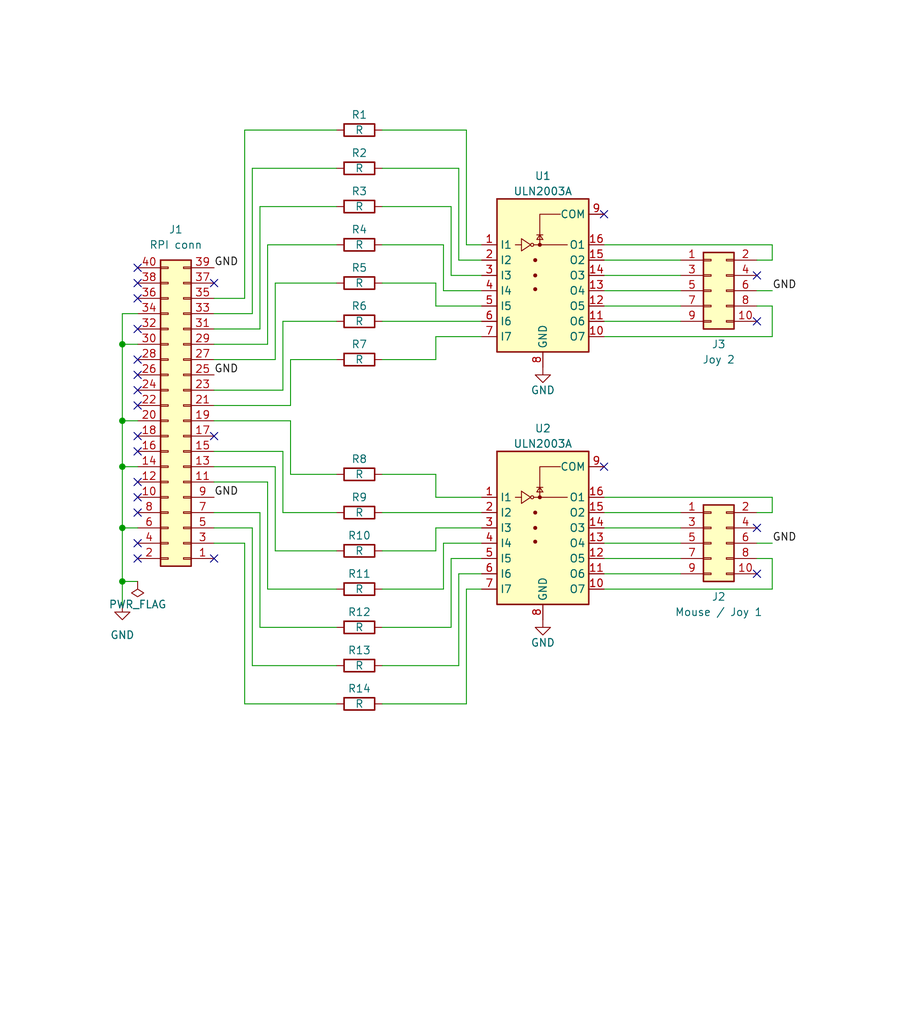
<source format=kicad_sch>
(kicad_sch (version 20211123) (generator eeschema)
  (paper "User" 150.012 170.002)
  (title_block (title "RetroDevEm") (date "2024-05-05") (rev "v2.1"))
  (lib_symbols
    (symbol "Connector_Generic:Conn_02x05_Odd_Even" (pin_names (offset 1.016) hide)
      (property "Reference" "J" (at 1.27 7.62 0))
      (property "Value" "Conn_02x05_Odd_Even" (at 1.27 -7.62 0))
      (symbol "Conn_02x05_Odd_Even_1_1"
        (rectangle (start -1.27 -4.953) (end 0 -5.207) (stroke (width 0.1524)))
        (rectangle (start -1.27 -2.413) (end 0 -2.667) (stroke (width 0.1524)))
        (rectangle (start -1.27 0.127) (end 0 -0.127) (stroke (width 0.1524)))
        (rectangle (start -1.27 2.667) (end 0 2.413) (stroke (width 0.1524)))
        (rectangle (start -1.27 5.207) (end 0 4.953) (stroke (width 0.1524)))
        (rectangle (start -1.27 6.35) (end 3.81 -6.35) (stroke (width 0.254)) (fill (type background)))
        (rectangle (start 3.81 -4.953) (end 2.54 -5.207) (stroke (width 0.1524)))
        (rectangle (start 3.81 -2.413) (end 2.54 -2.667) (stroke (width 0.1524)))
        (rectangle (start 3.81 0.127) (end 2.54 -0.127) (stroke (width 0.1524)))
        (rectangle (start 3.81 2.667) (end 2.54 2.413) (stroke (width 0.1524)))
        (rectangle (start 3.81 5.207) (end 2.54 4.953) (stroke (width 0.1524)))
        (pin passive line (at -5.08 5.08 0) (length 3.81) (name "Pin_1") (number "1"))
        (pin passive line (at 7.62 -5.08 180) (length 3.81) (name "Pin_10") (number "10"))
        (pin passive line (at 7.62 5.08 180) (length 3.81) (name "Pin_2") (number "2"))
        (pin passive line (at -5.08 2.54 0) (length 3.81) (name "Pin_3") (number "3"))
        (pin passive line (at 7.62 2.54 180) (length 3.81) (name "Pin_4") (number "4"))
        (pin passive line (at -5.08 0 0) (length 3.81) (name "Pin_5") (number "5"))
        (pin passive line (at 7.62 0 180) (length 3.81) (name "Pin_6") (number "6"))
        (pin passive line (at -5.08 -2.54 0) (length 3.81) (name "Pin_7") (number "7"))
        (pin passive line (at 7.62 -2.54 180) (length 3.81) (name "Pin_8") (number "8"))
        (pin passive line (at -5.08 -5.08 0) (length 3.81) (name "Pin_9") (number "9"))
      )
    )
    (symbol "Connector_Generic:Conn_02x20_Odd_Even" (pin_names (offset 1.016) hide)
      (property "Reference" "J" (at 1.27 25.4 0))
      (property "Value" "Conn_02x20_Odd_Even" (at 1.27 -27.94 0))
      (symbol "Conn_02x20_Odd_Even_1_1"
        (rectangle (start -1.27 -25.273) (end 0 -25.527) (stroke (width 0.1524)))
        (rectangle (start -1.27 -22.733) (end 0 -22.987) (stroke (width 0.1524)))
        (rectangle (start -1.27 -20.193) (end 0 -20.447) (stroke (width 0.1524)))
        (rectangle (start -1.27 -17.653) (end 0 -17.907) (stroke (width 0.1524)))
        (rectangle (start -1.27 -15.113) (end 0 -15.367) (stroke (width 0.1524)))
        (rectangle (start -1.27 -12.573) (end 0 -12.827) (stroke (width 0.1524)))
        (rectangle (start -1.27 -10.033) (end 0 -10.287) (stroke (width 0.1524)))
        (rectangle (start -1.27 -7.493) (end 0 -7.747) (stroke (width 0.1524)))
        (rectangle (start -1.27 -4.953) (end 0 -5.207) (stroke (width 0.1524)))
        (rectangle (start -1.27 -2.413) (end 0 -2.667) (stroke (width 0.1524)))
        (rectangle (start -1.27 0.127) (end 0 -0.127) (stroke (width 0.1524)))
        (rectangle (start -1.27 2.667) (end 0 2.413) (stroke (width 0.1524)))
        (rectangle (start -1.27 5.207) (end 0 4.953) (stroke (width 0.1524)))
        (rectangle (start -1.27 7.747) (end 0 7.493) (stroke (width 0.1524)))
        (rectangle (start -1.27 10.287) (end 0 10.033) (stroke (width 0.1524)))
        (rectangle (start -1.27 12.827) (end 0 12.573) (stroke (width 0.1524)))
        (rectangle (start -1.27 15.367) (end 0 15.113) (stroke (width 0.1524)))
        (rectangle (start -1.27 17.907) (end 0 17.653) (stroke (width 0.1524)))
        (rectangle (start -1.27 20.447) (end 0 20.193) (stroke (width 0.1524)))
        (rectangle (start -1.27 22.987) (end 0 22.733) (stroke (width 0.1524)))
        (rectangle (start -1.27 24.13) (end 3.81 -26.67) (stroke (width 0.254)) (fill (type background)))
        (rectangle (start 3.81 -25.273) (end 2.54 -25.527) (stroke (width 0.1524)))
        (rectangle (start 3.81 -22.733) (end 2.54 -22.987) (stroke (width 0.1524)))
        (rectangle (start 3.81 -20.193) (end 2.54 -20.447) (stroke (width 0.1524)))
        (rectangle (start 3.81 -17.653) (end 2.54 -17.907) (stroke (width 0.1524)))
        (rectangle (start 3.81 -15.113) (end 2.54 -15.367) (stroke (width 0.1524)))
        (rectangle (start 3.81 -12.573) (end 2.54 -12.827) (stroke (width 0.1524)))
        (rectangle (start 3.81 -10.033) (end 2.54 -10.287) (stroke (width 0.1524)))
        (rectangle (start 3.81 -7.493) (end 2.54 -7.747) (stroke (width 0.1524)))
        (rectangle (start 3.81 -4.953) (end 2.54 -5.207) (stroke (width 0.1524)))
        (rectangle (start 3.81 -2.413) (end 2.54 -2.667) (stroke (width 0.1524)))
        (rectangle (start 3.81 0.127) (end 2.54 -0.127) (stroke (width 0.1524)))
        (rectangle (start 3.81 2.667) (end 2.54 2.413) (stroke (width 0.1524)))
        (rectangle (start 3.81 5.207) (end 2.54 4.953) (stroke (width 0.1524)))
        (rectangle (start 3.81 7.747) (end 2.54 7.493) (stroke (width 0.1524)))
        (rectangle (start 3.81 10.287) (end 2.54 10.033) (stroke (width 0.1524)))
        (rectangle (start 3.81 12.827) (end 2.54 12.573) (stroke (width 0.1524)))
        (rectangle (start 3.81 15.367) (end 2.54 15.113) (stroke (width 0.1524)))
        (rectangle (start 3.81 17.907) (end 2.54 17.653) (stroke (width 0.1524)))
        (rectangle (start 3.81 20.447) (end 2.54 20.193) (stroke (width 0.1524)))
        (rectangle (start 3.81 22.987) (end 2.54 22.733) (stroke (width 0.1524)))
        (pin passive line (at -5.08 22.86 0) (length 3.81) (name "Pin_1") (number "1"))
        (pin passive line (at 7.62 12.7 180) (length 3.81) (name "Pin_10") (number "10"))
        (pin passive line (at -5.08 10.16 0) (length 3.81) (name "Pin_11") (number "11"))
        (pin passive line (at 7.62 10.16 180) (length 3.81) (name "Pin_12") (number "12"))
        (pin passive line (at -5.08 7.62 0) (length 3.81) (name "Pin_13") (number "13"))
        (pin passive line (at 7.62 7.62 180) (length 3.81) (name "Pin_14") (number "14"))
        (pin passive line (at -5.08 5.08 0) (length 3.81) (name "Pin_15") (number "15"))
        (pin passive line (at 7.62 5.08 180) (length 3.81) (name "Pin_16") (number "16"))
        (pin passive line (at -5.08 2.54 0) (length 3.81) (name "Pin_17") (number "17"))
        (pin passive line (at 7.62 2.54 180) (length 3.81) (name "Pin_18") (number "18"))
        (pin passive line (at -5.08 0 0) (length 3.81) (name "Pin_19") (number "19"))
        (pin passive line (at 7.62 22.86 180) (length 3.81) (name "Pin_2") (number "2"))
        (pin passive line (at 7.62 0 180) (length 3.81) (name "Pin_20") (number "20"))
        (pin passive line (at -5.08 -2.54 0) (length 3.81) (name "Pin_21") (number "21"))
        (pin passive line (at 7.62 -2.54 180) (length 3.81) (name "Pin_22") (number "22"))
        (pin passive line (at -5.08 -5.08 0) (length 3.81) (name "Pin_23") (number "23"))
        (pin passive line (at 7.62 -5.08 180) (length 3.81) (name "Pin_24") (number "24"))
        (pin passive line (at -5.08 -7.62 0) (length 3.81) (name "Pin_25") (number "25"))
        (pin passive line (at 7.62 -7.62 180) (length 3.81) (name "Pin_26") (number "26"))
        (pin passive line (at -5.08 -10.16 0) (length 3.81) (name "Pin_27") (number "27"))
        (pin passive line (at 7.62 -10.16 180) (length 3.81) (name "Pin_28") (number "28"))
        (pin passive line (at -5.08 -12.7 0) (length 3.81) (name "Pin_29") (number "29"))
        (pin passive line (at -5.08 20.32 0) (length 3.81) (name "Pin_3") (number "3"))
        (pin passive line (at 7.62 -12.7 180) (length 3.81) (name "Pin_30") (number "30"))
        (pin passive line (at -5.08 -15.24 0) (length 3.81) (name "Pin_31") (number "31"))
        (pin passive line (at 7.62 -15.24 180) (length 3.81) (name "Pin_32") (number "32"))
        (pin passive line (at -5.08 -17.78 0) (length 3.81) (name "Pin_33") (number "33"))
        (pin passive line (at 7.62 -17.78 180) (length 3.81) (name "Pin_34") (number "34"))
        (pin passive line (at -5.08 -20.32 0) (length 3.81) (name "Pin_35") (number "35"))
        (pin passive line (at 7.62 -20.32 180) (length 3.81) (name "Pin_36") (number "36"))
        (pin passive line (at -5.08 -22.86 0) (length 3.81) (name "Pin_37") (number "37"))
        (pin passive line (at 7.62 -22.86 180) (length 3.81) (name "Pin_38") (number "38"))
        (pin passive line (at -5.08 -25.4 0) (length 3.81) (name "Pin_39") (number "39"))
        (pin passive line (at 7.62 20.32 180) (length 3.81) (name "Pin_4") (number "4"))
        (pin passive line (at 7.62 -25.4 180) (length 3.81) (name "Pin_40") (number "40"))
        (pin passive line (at -5.08 17.78 0) (length 3.81) (name "Pin_5") (number "5"))
        (pin passive line (at 7.62 17.78 180) (length 3.81) (name "Pin_6") (number "6"))
        (pin passive line (at -5.08 15.24 0) (length 3.81) (name "Pin_7") (number "7"))
        (pin passive line (at 7.62 15.24 180) (length 3.81) (name "Pin_8") (number "8"))
        (pin passive line (at -5.08 12.7 0) (length 3.81) (name "Pin_9") (number "9"))
      )
    )
    (symbol "Device:R" (pin_numbers hide) (pin_names (offset 0))
      (property "Reference" "R" (at 2.032 0 90))
      (property "Value" "R" (at 0 0 90))
      (symbol "R_0_1"
        (rectangle (start -1.016 -2.54) (end 1.016 2.54) (stroke (width 0.254)))
      )
      (symbol "R_1_1"
        (pin passive line (at 0 3.81 270) (length 1.27) (name "~") (number "1"))
        (pin passive line (at 0 -3.81 90) (length 1.27) (name "~") (number "2"))
      )
    )
    (symbol "Transistor_Array:ULN2003A"
      (property "Reference" "U" (at 0 15.875 0))
      (property "Value" "ULN2003A" (at 0 13.97 0))
      (symbol "ULN2003A_0_1"
        (rectangle (start -7.62 -12.7) (end 7.62 12.7) (stroke (width 0.254)) (fill (type background)))
        (circle (center -1.778 5.08) (radius 0.254))
        (circle (center -1.27 -2.286) (radius 0.254) (fill (type outline)))
        (circle (center -1.27 0) (radius 0.254) (fill (type outline)))
        (circle (center -1.27 2.54) (radius 0.254) (fill (type outline)))
        (circle (center -0.508 5.08) (radius 0.254) (fill (type outline)))
        (polyline (pts (xy -4.572 5.08) (xy -3.556 5.08)))
        (polyline (pts (xy -1.524 5.08) (xy 4.064 5.08)))
        (polyline (pts (xy 0 6.731) (xy -1.016 6.731)))
        (polyline (pts (xy -0.508 5.08) (xy -0.508 10.16) (xy 2.921 10.16)))
        (polyline (pts (xy -3.556 6.096) (xy -3.556 4.064) (xy -2.032 5.08) (xy -3.556 6.096)))
        (polyline (pts (xy 0 5.969) (xy -1.016 5.969) (xy -0.508 6.731) (xy 0 5.969)))
      )
      (symbol "ULN2003A_1_1"
        (pin input line (at -10.16 5.08 0) (length 2.54) (name "I1") (number "1"))
        (pin open_collector line (at 10.16 -10.16 180) (length 2.54) (name "O7") (number "10"))
        (pin open_collector line (at 10.16 -7.62 180) (length 2.54) (name "O6") (number "11"))
        (pin open_collector line (at 10.16 -5.08 180) (length 2.54) (name "O5") (number "12"))
        (pin open_collector line (at 10.16 -2.54 180) (length 2.54) (name "O4") (number "13"))
        (pin open_collector line (at 10.16 0 180) (length 2.54) (name "O3") (number "14"))
        (pin open_collector line (at 10.16 2.54 180) (length 2.54) (name "O2") (number "15"))
        (pin open_collector line (at 10.16 5.08 180) (length 2.54) (name "O1") (number "16"))
        (pin input line (at -10.16 2.54 0) (length 2.54) (name "I2") (number "2"))
        (pin input line (at -10.16 0 0) (length 2.54) (name "I3") (number "3"))
        (pin input line (at -10.16 -2.54 0) (length 2.54) (name "I4") (number "4"))
        (pin input line (at -10.16 -5.08 0) (length 2.54) (name "I5") (number "5"))
        (pin input line (at -10.16 -7.62 0) (length 2.54) (name "I6") (number "6"))
        (pin input line (at -10.16 -10.16 0) (length 2.54) (name "I7") (number "7"))
        (pin power_in line (at 0 -15.24 90) (length 2.54) (name "GND") (number "8"))
        (pin passive line (at 10.16 10.16 180) (length 2.54) (name "COM") (number "9"))
      )
    )
    (symbol "power:GND" (power) (pin_names (offset 0))
      (property "Value" "GND" (at 0 -3.81 0))
      (symbol "GND_0_1"
        (polyline (pts (xy 0 0) (xy 0 -1.27) (xy 1.27 -1.27) (xy 0 -2.54) (xy -1.27 -1.27) (xy 0 -1.27)))
      )
      (symbol "GND_1_1"
        (pin power_in line (at 0 0 270) (length 0) hide (name "GND") (number "1"))
      )
    )
    (symbol "power:PWR_FLAG" (power) (pin_numbers hide) (pin_names (offset 0) hide)
      (property "Value" "PWR_FLAG" (at 0 3.81 0))
      (symbol "PWR_FLAG_0_0"
        (pin power_out line (at 0 0 90) (length 0) (name "pwr") (number "1"))
      )
      (symbol "PWR_FLAG_0_1"
        (polyline (pts (xy 0 0) (xy 0 1.27) (xy -1.016 1.905) (xy 0 2.54) (xy 1.016 1.905) (xy 0 1.27)))
      )
    )
  )
  (junction (at 20.32 77.47))
  (junction (at 20.32 57.15))
  (junction (at 20.32 96.52))
  (junction (at 20.32 87.63))
  (junction (at 20.32 69.85))
  (no_connect (at 100.33 77.47))
  (no_connect (at 125.73 45.72))
  (no_connect (at 22.86 90.17))
  (no_connect (at 22.86 67.31))
  (no_connect (at 22.86 92.71))
  (no_connect (at 125.73 87.63))
  (no_connect (at 22.86 64.77))
  (no_connect (at 22.86 85.09))
  (no_connect (at 22.86 82.55))
  (no_connect (at 22.86 44.45))
  (no_connect (at 22.86 49.53))
  (no_connect (at 22.86 80.01))
  (no_connect (at 22.86 54.61))
  (no_connect (at 22.86 62.23))
  (no_connect (at 22.86 74.93))
  (no_connect (at 125.73 53.34))
  (no_connect (at 35.56 72.39))
  (no_connect (at 35.56 46.99))
  (no_connect (at 22.86 72.39))
  (no_connect (at 22.86 59.69))
  (no_connect (at 22.86 46.99))
  (no_connect (at 125.73 95.25))
  (no_connect (at 100.33 35.56))
  (no_connect (at 35.56 92.71))
  (wire (pts (xy 43.18 85.09) (xy 43.18 104.14)))
  (wire (pts (xy 48.26 59.69) (xy 55.88 59.69)))
  (wire (pts (xy 77.47 40.64) (xy 80.01 40.64)))
  (wire (pts (xy 63.5 78.74) (xy 72.39 78.74)))
  (wire (pts (xy 100.33 45.72) (xy 113.03 45.72)))
  (wire (pts (xy 128.27 40.64) (xy 128.27 43.18)))
  (wire (pts (xy 40.64 21.59) (xy 55.88 21.59)))
  (wire (pts (xy 74.93 92.71) (xy 80.01 92.71)))
  (wire (pts (xy 35.56 69.85) (xy 48.26 69.85)))
  (wire (pts (xy 35.56 49.53) (xy 40.64 49.53)))
  (wire (pts (xy 35.56 77.47) (xy 45.72 77.47)))
  (wire (pts (xy 44.45 80.01) (xy 44.45 97.79)))
  (wire (pts (xy 40.64 90.17) (xy 40.64 116.84)))
  (wire (pts (xy 41.91 110.49) (xy 55.88 110.49)))
  (wire (pts (xy 46.99 74.93) (xy 46.99 85.09)))
  (wire (pts (xy 128.27 85.09) (xy 125.73 85.09)))
  (wire (pts (xy 100.33 40.64) (xy 128.27 40.64)))
  (wire (pts (xy 35.56 67.31) (xy 48.26 67.31)))
  (wire (pts (xy 100.33 50.8) (xy 113.03 50.8)))
  (wire (pts (xy 100.33 92.71) (xy 113.03 92.71)))
  (wire (pts (xy 74.93 34.29) (xy 74.93 45.72)))
  (wire (pts (xy 73.66 48.26) (xy 80.01 48.26)))
  (wire (pts (xy 20.32 87.63) (xy 20.32 96.52)))
  (wire (pts (xy 63.5 21.59) (xy 77.47 21.59)))
  (wire (pts (xy 72.39 50.8) (xy 80.01 50.8)))
  (wire (pts (xy 63.5 104.14) (xy 74.93 104.14)))
  (wire (pts (xy 35.56 87.63) (xy 41.91 87.63)))
  (wire (pts (xy 125.73 90.17) (xy 128.27 90.17)))
  (wire (pts (xy 63.5 46.99) (xy 72.39 46.99)))
  (wire (pts (xy 63.5 27.94) (xy 76.2 27.94)))
  (wire (pts (xy 44.45 57.15) (xy 44.45 40.64)))
  (wire (pts (xy 35.56 57.15) (xy 44.45 57.15)))
  (wire (pts (xy 128.27 82.55) (xy 128.27 85.09)))
  (wire (pts (xy 40.64 49.53) (xy 40.64 21.59)))
  (wire (pts (xy 63.5 91.44) (xy 72.39 91.44)))
  (wire (pts (xy 22.86 87.63) (xy 20.32 87.63)))
  (wire (pts (xy 100.33 43.18) (xy 113.03 43.18)))
  (wire (pts (xy 43.18 34.29) (xy 55.88 34.29)))
  (wire (pts (xy 41.91 87.63) (xy 41.91 110.49)))
  (wire (pts (xy 128.27 50.8) (xy 128.27 55.88)))
  (wire (pts (xy 63.5 97.79) (xy 73.66 97.79)))
  (wire (pts (xy 128.27 50.8) (xy 125.73 50.8)))
  (wire (pts (xy 35.56 80.01) (xy 44.45 80.01)))
  (wire (pts (xy 20.32 52.07) (xy 20.32 57.15)))
  (wire (pts (xy 44.45 97.79) (xy 55.88 97.79)))
  (wire (pts (xy 35.56 90.17) (xy 40.64 90.17)))
  (wire (pts (xy 20.32 69.85) (xy 20.32 77.47)))
  (wire (pts (xy 100.33 48.26) (xy 113.03 48.26)))
  (wire (pts (xy 76.2 43.18) (xy 80.01 43.18)))
  (wire (pts (xy 48.26 78.74) (xy 55.88 78.74)))
  (wire (pts (xy 35.56 54.61) (xy 43.18 54.61)))
  (wire (pts (xy 73.66 40.64) (xy 73.66 48.26)))
  (wire (pts (xy 77.47 116.84) (xy 77.47 97.79)))
  (wire (pts (xy 100.33 95.25) (xy 113.03 95.25)))
  (wire (pts (xy 43.18 104.14) (xy 55.88 104.14)))
  (wire (pts (xy 48.26 67.31) (xy 48.26 59.69)))
  (wire (pts (xy 63.5 40.64) (xy 73.66 40.64)))
  (wire (pts (xy 35.56 85.09) (xy 43.18 85.09)))
  (wire (pts (xy 20.32 57.15) (xy 20.32 69.85)))
  (wire (pts (xy 63.5 59.69) (xy 72.39 59.69)))
  (wire (pts (xy 100.33 53.34) (xy 113.03 53.34)))
  (wire (pts (xy 125.73 92.71) (xy 128.27 92.71)))
  (wire (pts (xy 22.86 77.47) (xy 20.32 77.47)))
  (wire (pts (xy 74.93 45.72) (xy 80.01 45.72)))
  (wire (pts (xy 35.56 52.07) (xy 41.91 52.07)))
  (wire (pts (xy 63.5 116.84) (xy 77.47 116.84)))
  (wire (pts (xy 128.27 97.79) (xy 128.27 92.71)))
  (wire (pts (xy 125.73 48.26) (xy 128.27 48.26)))
  (wire (pts (xy 45.72 59.69) (xy 45.72 46.99)))
  (wire (pts (xy 20.32 77.47) (xy 20.32 87.63)))
  (wire (pts (xy 72.39 91.44) (xy 72.39 87.63)))
  (wire (pts (xy 76.2 110.49) (xy 76.2 95.25)))
  (wire (pts (xy 22.86 52.07) (xy 20.32 52.07)))
  (wire (pts (xy 45.72 91.44) (xy 55.88 91.44)))
  (wire (pts (xy 46.99 53.34) (xy 55.88 53.34)))
  (wire (pts (xy 73.66 97.79) (xy 73.66 90.17)))
  (wire (pts (xy 35.56 64.77) (xy 46.99 64.77)))
  (wire (pts (xy 63.5 34.29) (xy 74.93 34.29)))
  (wire (pts (xy 72.39 82.55) (xy 80.01 82.55)))
  (wire (pts (xy 40.64 116.84) (xy 55.88 116.84)))
  (wire (pts (xy 46.99 85.09) (xy 55.88 85.09)))
  (wire (pts (xy 41.91 52.07) (xy 41.91 27.94)))
  (wire (pts (xy 22.86 57.15) (xy 20.32 57.15)))
  (wire (pts (xy 63.5 53.34) (xy 80.01 53.34)))
  (wire (pts (xy 76.2 95.25) (xy 80.01 95.25)))
  (wire (pts (xy 35.56 74.93) (xy 46.99 74.93)))
  (wire (pts (xy 77.47 97.79) (xy 80.01 97.79)))
  (wire (pts (xy 72.39 87.63) (xy 80.01 87.63)))
  (wire (pts (xy 74.93 104.14) (xy 74.93 92.71)))
  (wire (pts (xy 20.32 96.52) (xy 20.32 100.33)))
  (wire (pts (xy 100.33 90.17) (xy 113.03 90.17)))
  (wire (pts (xy 76.2 27.94) (xy 76.2 43.18)))
  (wire (pts (xy 45.72 46.99) (xy 55.88 46.99)))
  (wire (pts (xy 45.72 77.47) (xy 45.72 91.44)))
  (wire (pts (xy 72.39 59.69) (xy 72.39 55.88)))
  (wire (pts (xy 46.99 64.77) (xy 46.99 53.34)))
  (wire (pts (xy 128.27 43.18) (xy 125.73 43.18)))
  (wire (pts (xy 72.39 55.88) (xy 80.01 55.88)))
  (wire (pts (xy 73.66 90.17) (xy 80.01 90.17)))
  (wire (pts (xy 63.5 85.09) (xy 80.01 85.09)))
  (wire (pts (xy 20.32 96.52) (xy 22.86 96.52)))
  (wire (pts (xy 100.33 87.63) (xy 113.03 87.63)))
  (wire (pts (xy 100.33 82.55) (xy 128.27 82.55)))
  (wire (pts (xy 44.45 40.64) (xy 55.88 40.64)))
  (wire (pts (xy 22.86 69.85) (xy 20.32 69.85)))
  (wire (pts (xy 35.56 59.69) (xy 45.72 59.69)))
  (wire (pts (xy 100.33 85.09) (xy 113.03 85.09)))
  (wire (pts (xy 72.39 46.99) (xy 72.39 50.8)))
  (wire (pts (xy 63.5 110.49) (xy 76.2 110.49)))
  (wire (pts (xy 41.91 27.94) (xy 55.88 27.94)))
  (wire (pts (xy 43.18 54.61) (xy 43.18 34.29)))
  (wire (pts (xy 77.47 21.59) (xy 77.47 40.64)))
  (wire (pts (xy 48.26 69.85) (xy 48.26 78.74)))
  (wire (pts (xy 100.33 55.88) (xy 128.27 55.88)))
  (wire (pts (xy 100.33 97.79) (xy 128.27 97.79)))
  (wire (pts (xy 72.39 78.74) (xy 72.39 82.55)))
  (label "GND" (at 35.56 62.23 0))
  (label "GND" (at 128.27 90.17 0))
  (label "GND" (at 35.56 82.55 0))
  (label "GND" (at 128.27 48.26 0))
  (label "GND" (at 35.56 44.45 0))
  (symbol (lib_id "Device:R") (at 59.69 34.29 90) (unit 1)
    (property "Reference" "R3" (at 59.69 31.75 90))
    (property "Value" "R" (at 59.69 34.29 90))
    (property "Footprint" "Resistor_THT:R_Axial_DIN0207_L6.3mm_D2.5mm_P10.16mm_Horizontal" (effects hide))
  )
  (symbol (lib_id "Device:R") (at 59.69 46.99 90) (unit 1)
    (property "Reference" "R5" (at 59.69 44.45 90))
    (property "Value" "R" (at 59.69 46.99 90))
    (property "Footprint" "Resistor_THT:R_Axial_DIN0207_L6.3mm_D2.5mm_P10.16mm_Horizontal" (effects hide))
  )
  (symbol (lib_id "Connector_Generic:Conn_02x20_Odd_Even") (at 30.48 69.85 180) (unit 1)
    (property "Reference" "J1" (at 29.21 38.1 0))
    (property "Value" "RPI conn" (at 29.21 40.64 0))
    (property "Footprint" "Connector_PinHeader_2.54mm:PinHeader_2x20_P2.54mm_Vertical" (effects hide))
  )
  (symbol (lib_id "Device:R") (at 59.69 97.79 90) (unit 1)
    (property "Reference" "R11" (at 59.69 95.25 90))
    (property "Value" "R" (at 59.69 97.79 90))
    (property "Footprint" "Resistor_THT:R_Axial_DIN0207_L6.3mm_D2.5mm_P10.16mm_Horizontal" (effects hide))
  )
  (symbol (lib_id "Device:R") (at 59.69 116.84 90) (unit 1)
    (property "Reference" "R14" (at 59.69 114.3 90))
    (property "Value" "R" (at 59.69 116.84 90))
    (property "Footprint" "Resistor_THT:R_Axial_DIN0207_L6.3mm_D2.5mm_P10.16mm_Horizontal" (effects hide))
  )
  (symbol (lib_id "Device:R") (at 59.69 59.69 90) (unit 1)
    (property "Reference" "R7" (at 59.69 57.15 90))
    (property "Value" "R" (at 59.69 59.69 90))
    (property "Footprint" "Resistor_THT:R_Axial_DIN0207_L6.3mm_D2.5mm_P10.16mm_Horizontal" (effects hide))
  )
  (symbol (lib_id "Device:R") (at 59.69 104.14 90) (unit 1)
    (property "Reference" "R12" (at 59.69 101.6 90))
    (property "Value" "R" (at 59.69 104.14 90))
    (property "Footprint" "Resistor_THT:R_Axial_DIN0207_L6.3mm_D2.5mm_P10.16mm_Horizontal" (effects hide))
  )
  (symbol (lib_id "power:GND") (at 20.32 100.33 0) (unit 1)
    (property "Reference" "#PWR01" (effects hide))
    (property "Value" "GND" (at 20.32 105.41 0))
  )
  (symbol (lib_id "Device:R") (at 59.69 21.59 90) (unit 1)
    (property "Reference" "R1" (at 59.69 19.05 90))
    (property "Value" "R" (at 59.69 21.59 90))
    (property "Footprint" "Resistor_THT:R_Axial_DIN0207_L6.3mm_D2.5mm_P10.16mm_Horizontal" (effects hide))
  )
  (symbol (lib_id "Transistor_Array:ULN2003A") (at 90.17 87.63 0) (unit 1)
    (property "Reference" "U2" (at 90.17 71.12 0))
    (property "Value" "ULN2003A" (at 90.17 73.66 0))
    (property "Footprint" "Package_DIP:DIP-16_W7.62mm_LongPads" (effects hide))
    (property "Datasheet" "http://www.ti.com/lit/ds/symlink/uln2003a.pdf" (effects hide))
  )
  (symbol (lib_id "power:PWR_FLAG") (at 22.86 96.52 180) (unit 1)
    (property "Reference" "#FLG0102" (effects hide))
    (property "Value" "PWR_FLAG" (at 22.86 100.33 0))
  )
  (symbol (lib_id "Device:R") (at 59.69 53.34 90) (unit 1)
    (property "Reference" "R6" (at 59.69 50.8 90))
    (property "Value" "R" (at 59.69 53.34 90))
    (property "Footprint" "Resistor_THT:R_Axial_DIN0207_L6.3mm_D2.5mm_P10.16mm_Horizontal" (effects hide))
  )
  (symbol (lib_id "Connector_Generic:Conn_02x05_Odd_Even") (at 118.11 90.17 0) (unit 1)
    (property "Reference" "J2" (at 119.38 99.06 0))
    (property "Value" "Mouse / Joy 1" (at 119.38 101.6 0))
    (property "Footprint" "Connector_PinHeader_2.54mm:PinHeader_2x05_P2.54mm_Vertical" (effects hide))
  )
  (symbol (lib_id "Device:R") (at 59.69 85.09 90) (unit 1)
    (property "Reference" "R9" (at 59.69 82.55 90))
    (property "Value" "R" (at 59.69 85.09 90))
    (property "Footprint" "Resistor_THT:R_Axial_DIN0207_L6.3mm_D2.5mm_P10.16mm_Horizontal" (effects hide))
  )
  (symbol (lib_id "Device:R") (at 59.69 27.94 90) (unit 1)
    (property "Reference" "R2" (at 59.69 25.4 90))
    (property "Value" "R" (at 59.69 27.94 90))
    (property "Footprint" "Resistor_THT:R_Axial_DIN0207_L6.3mm_D2.5mm_P10.16mm_Horizontal" (effects hide))
  )
  (symbol (lib_id "Connector_Generic:Conn_02x05_Odd_Even") (at 118.11 48.26 0) (unit 1)
    (property "Reference" "J3" (at 119.38 57.15 0))
    (property "Value" "Joy 2" (at 119.38 59.69 0))
    (property "Footprint" "Connector_PinHeader_2.54mm:PinHeader_2x05_P2.54mm_Vertical" (effects hide))
  )
  (symbol (lib_id "Device:R") (at 59.69 78.74 90) (unit 1)
    (property "Reference" "R8" (at 59.69 76.2 90))
    (property "Value" "R" (at 59.69 78.74 90))
    (property "Footprint" "Resistor_THT:R_Axial_DIN0207_L6.3mm_D2.5mm_P10.16mm_Horizontal" (effects hide))
  )
  (symbol (lib_id "Device:R") (at 59.69 40.64 90) (unit 1)
    (property "Reference" "R4" (at 59.69 38.1 90))
    (property "Value" "R" (at 59.69 40.64 90))
    (property "Footprint" "Resistor_THT:R_Axial_DIN0207_L6.3mm_D2.5mm_P10.16mm_Horizontal" (effects hide))
  )
  (symbol (lib_id "Transistor_Array:ULN2003A") (at 90.17 45.72 0) (unit 1)
    (property "Reference" "U1" (at 90.17 29.21 0))
    (property "Value" "ULN2003A" (at 90.17 31.75 0))
    (property "Footprint" "Package_DIP:DIP-16_W7.62mm_LongPads" (effects hide))
    (property "Datasheet" "http://www.ti.com/lit/ds/symlink/uln2003a.pdf" (effects hide))
  )
  (symbol (lib_id "power:GND") (at 90.17 102.87 0) (unit 1)
    (property "Reference" "#PWR03" (effects hide))
    (property "Value" "GND" (at 90.17 106.68 0))
  )
  (symbol (lib_id "Device:R") (at 59.69 91.44 90) (unit 1)
    (property "Reference" "R10" (at 59.69 88.9 90))
    (property "Value" "R" (at 59.69 91.44 90))
    (property "Footprint" "Resistor_THT:R_Axial_DIN0207_L6.3mm_D2.5mm_P10.16mm_Horizontal" (effects hide))
  )
  (symbol (lib_id "Device:R") (at 59.69 110.49 90) (unit 1)
    (property "Reference" "R13" (at 59.69 107.95 90))
    (property "Value" "R" (at 59.69 110.49 90))
    (property "Footprint" "Resistor_THT:R_Axial_DIN0207_L6.3mm_D2.5mm_P10.16mm_Horizontal" (effects hide))
  )
  (symbol (lib_id "power:GND") (at 90.17 60.96 0) (unit 1)
    (property "Reference" "#PWR02" (effects hide))
    (property "Value" "GND" (at 90.17 64.77 0))
  )
)
</source>
